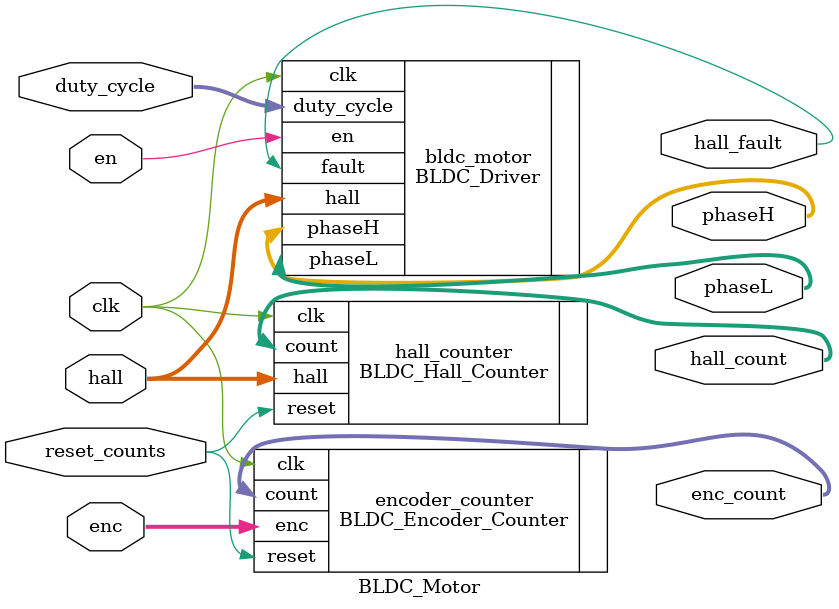
<source format=v>
/*
*  BLDC_Motor.v
*  
*  A BLDC controller that includes hall sensor error detection and incremental
*  duty cycles during startup for reducing motor startup current.
*  
*/


`include "BLDC_Driver.v"
`include "BLDC_Hall_Counter.v"
`include "BLDC_Encoder_Counter.v"


/*
============================ 
DRV8303 REGISTER INFORMATION
============================

SPI Format:
============================
- 16-bit length
- 1 read/write bit [15]
- 4 address bits [14..11]
- 11 data bits [10..0]
============================

Address 0x00: R (auto reset after read)
============================
bit [10]:   FAULT
bit [9]:    GVDD_UV
bit [8]:    PVDD_UV
bit [7]:    OTSD
bit [6]:    OTW
bit [5]:    AH_OC
bit [4]:    AL_OC
bit [3]:    BH_OC
bit [2]:    BL_OC
bit [1]:    CH_OC
bit [0]:    CL_OC
============================

Address 0x01: R (auto reset after read)
============================
bit  [7]:      GVDD_OV
bits [6..4]:   RESERVED
bits [3..0]:   DEV_ID
============================

Address 0x02: R/W
============================
bits [10..6]: OC_ADJ_SET (write with 0x0D everytime)
bits [5..4]:  OC_MODE
bit  [3]:     PWM_MODE
bit  [2]:     GATE_RESET
bits [1..0]:  GATE_CURRENT
============================

Address 0x03: R/W
============================
bits [10..7]:   RESERVED
bit  [6]:       OC_TOFF
bit  [5]:       DC_CAL_CH2 (write 0x01 here, then read DC offset value and write back to 0x00)
bit  [4]:       DC_CAL CH1 (write 0x01 here, then read DC offset value and write back to 0x00)
bits [3..2]:    GAIN (set to 0x01 everytime)
bits [1..0]:    OCTW_SET
============================
*/


// BLDC_Motor module
module BLDC_Motor ( clk, en, reset_counts, duty_cycle, enc, hall, phaseH, phaseL, enc_count, hall_count, hall_fault );

// Module parameters - passed parameters will overwrite the values here
parameter MIN_DUTY_CYCLE =          ( 0 );
parameter MAX_DUTY_CYCLE =          ( 'h3FF );
parameter MAX_DUTY_CYCLE_COUNTER =  ( MAX_DUTY_CYCLE );
parameter ENCODER_COUNT_WIDTH =     ( 15 );
parameter HALL_COUNT_WIDTH =        ( 7 );

// Local parameters - can not be altered outside this module
localparam DUTY_CYCLE_WIDTH =       ( $clog2( MAX_DUTY_CYCLE ) );

// Module inputs/outputs
input clk, en, reset_counts;
input [DUTY_CYCLE_WIDTH-1:0] duty_cycle;
input [1:0] enc;
input [2:0] hall;
output [2:0] phaseH, phaseL;
output [ENCODER_COUNT_WIDTH-1:0] enc_count;
output [HALL_COUNT_WIDTH-1:0] hall_count;
output hall_fault;
// ===============================================


// Instantiation of all the modules required for complete functioning with all sensors
// ===============================================
BLDC_Encoder_Counter #(         // Instantiation of the encoder for counting the ticks
    .COUNT_WIDTH                ( ENCODER_COUNT_WIDTH )
    ) encoder_counter (
    .clk                        ( clk ) ,
    .reset                      ( reset_counts ) ,
    .enc                        ( enc ) ,
    .count                      ( enc_count )
);

BLDC_Hall_Counter #(            // Instantiation of the hall effect sensor's counter
    .COUNTER_WIDTH              ( HALL_COUNT_WIDTH )
    ) hall_counter (
    .clk                        ( clk ) ,
    .reset                      ( reset_counts ) ,
    .hall                       ( hall ) ,
    .count                      ( hall_count )
);

BLDC_Driver #(                  // Instantiation of the motor driving module
    .PHASE_DRIVER_MAX_COUNTER   ( MAX_DUTY_CYCLE_COUNTER ) ,
    .MAX_DUTY_CYCLE             ( MAX_DUTY_CYCLE ) ,
    .MIN_DUTY_CYCLE             ( MIN_DUTY_CYCLE ) ,
    .DUTY_CYCLE_STEP_RES        ( 1 ) ,
    .DEAD_TIME                  ( 2 )
    ) bldc_motor (
    .clk                        ( clk ) ,
    .en                         ( en ) ,
    .hall                       ( hall ) ,
    .duty_cycle                 ( duty_cycle ) ,
    .phaseH                     ( phaseH ) ,
    .phaseL                     ( phaseL ) ,
    .fault                      ( hall_fault )
);

endmodule

</source>
